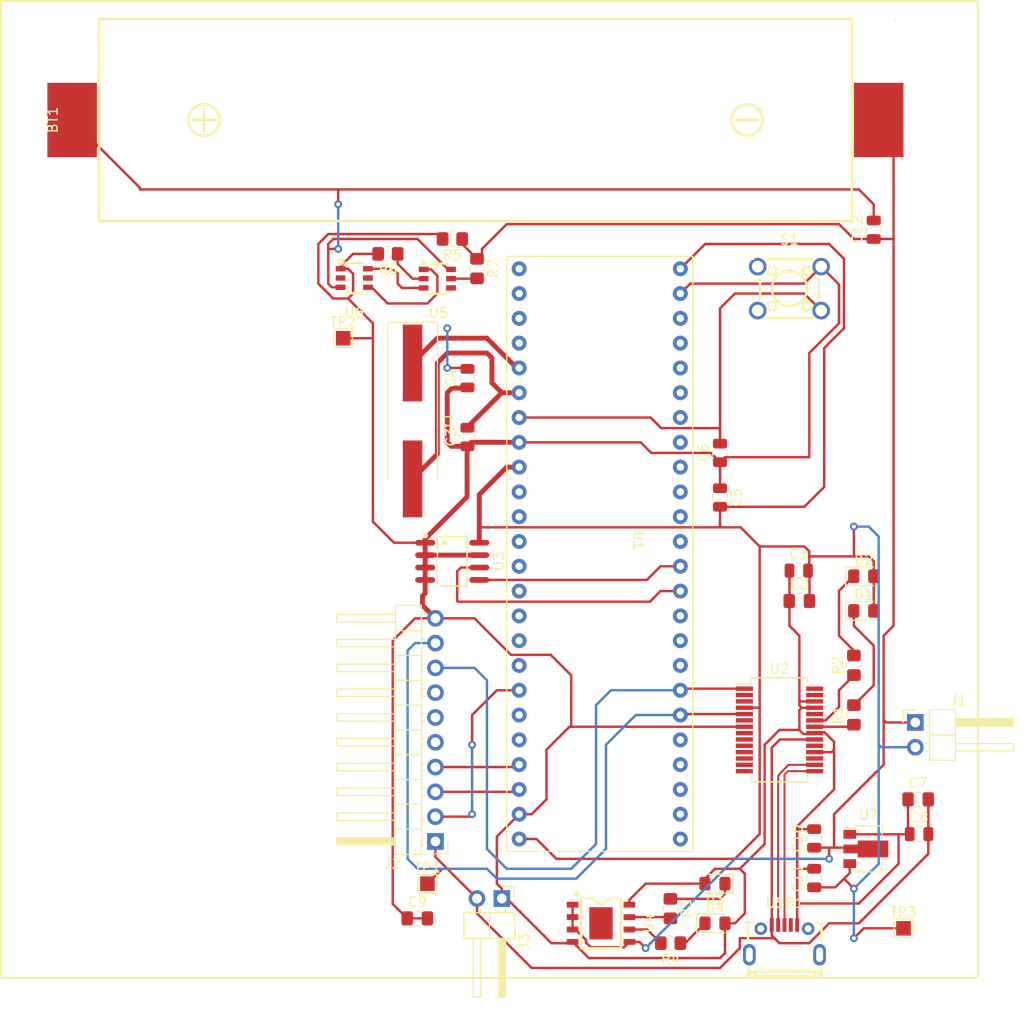
<source format=kicad_pcb>
(kicad_pcb (version 20221018) (generator pcbnew)
  (title_block (title "EEE3088F final project schematic") (rev "1.0") (comment 1 "Added all components from power and microcontroller interface"))
  (layers (0 "F.Cu" signal) (31 "B.Cu" signal) (34 "B.Paste" user) (35 "F.Paste" user) (36 "B.SilkS" user "B.Silkscreen") (37 "F.SilkS" user "F.Silkscreen") (38 "B.Mask" user) (39 "F.Mask" user) (44 "Edge.Cuts" user))
  (net 0 "")
  (net 1 "GND")
  (net 2 "Net-(U1-PF1)")
  (net 3 "Net-(U1-PF0)")
  (net 4 "Net-(U1-NRST)")
  (net 5 "+5V")
  (net 6 "Net-(D1-K)")
  (net 7 "Net-(D2-K)")
  (net 8 "Analog temp sensor")
  (net 9 "Temp_Sensor_SDA")
  (net 10 "Temp_Sensor_SLC")
  (net 13 "/Microcontroller Interface/Plug_Detect")
  (net 14 "/Microcontroller Interface/TX")
  (net 15 "/Microcontroller Interface/RX")
  (net 16 "Net-(U2-CBUS1)")
  (net 17 "Net-(U2-CBUS0)")
  (net 22 "PA0")
  (net 23 "PA1")
  (net 24 "PA2")
  (net 25 "PA3")
  (net 26 "PA4")
  (net 27 "PA5")
  (net 28 "PA6")
  (net 29 "PA7")
  (net 30 "PB1")
  (net 31 "PB2")
  (net 32 "PB12")
  (net 33 "PB13")
  (net 34 "PB14")
  (net 35 "PB15")
  (net 36 "PA8")
  (net 37 "PA11")
  (net 38 "PA12")
  (net 39 "PA13")
  (net 40 "/Microcontroller Interface/Eprom_SLC")
  (net 41 "/Microcontroller Interface/Eprom_SDA")
  (net 42 "PA14")
  (net 43 "PA15")
  (net 44 "PB3")
  (net 45 "PB4")
  (net 46 "PB5")
  (net 47 "PB6")
  (net 48 "PB7")
  (net 50 "PB8")
  (net 51 "PB9")
  (net 61 "/Microcontroller Interface/D+")
  (net 62 "/Microcontroller Interface/D-")
  (net 72 "/Power managment/POS_terminal")
  (net 73 "Net-(BT1--)")
  (net 74 "Net-(D3-K)")
  (net 75 "Net-(D4-K)")
  (net 76 "Net-(U5-CS)")
  (net 77 "Net-(U5-VCC)")
  (net 80 "/Power managment/OD")
  (net 81 "/Power managment/OC")
  (net 85 "Net-(U4-CHRG#)")
  (net 86 "Net-(U4-STDBY#)")
  (net 88 "Vout3")
  (footprint "Package_TO_SOT_SMD:SOT-89-3" (layer "F.Cu") (at 174.244 143.256)
    (fp_text reference "U7")
    (fp_text value "HT75xx-1-SOT89")
  )
  (footprint "Resistor_SMD:R_0805_2012Metric_Pad1.20x1.40mm_HandSolder" (layer "F.Cu") (at 153.94 152.908 180)
    (fp_text reference "R4")
    (fp_text value "1K")
  )
  (footprint "Capacitor_SMD:C_0805_2012Metric" (layer "F.Cu") (at 179.39 141.732)
    (fp_text reference "C8")
    (fp_text value "100nF")
  )
  (footprint "Connector_PinHeader_2.54mm:PinHeader_1x02_P2.54mm_Horizontal" (layer "F.Cu") (at 136.652 148.336 -90)
    (fp_text reference "J3")
    (fp_text value "Conn_01x02_Male")
  )
  (footprint "Capacitor_SMD:C_0805_2012Metric" (layer "F.Cu") (at 168.656 142.174 90)
    (fp_text reference "C10")
    (fp_text value "10uF")
  )
  (footprint "Capacitor_SMD:C_0805_2012Metric" (layer "F.Cu") (at 167.0705 114.746)
    (fp_text reference "C1")
    (fp_text value "10nF")
  )
  (footprint "TestPoint:TestPoint_Pad_1.5x1.5mm" (layer "F.Cu") (at 129.032 146.812)
    (fp_text reference "TP1")
    (fp_text value "TestPoint")
  )
  (footprint "Capacitor_SMD:C_0805_2012Metric_Pad1.18x1.45mm_HandSolder" (layer "F.Cu") (at 167.132 117.856)
    (fp_text reference "C2")
    (fp_text value "1uF")
  )
  (footprint "LED_SMD:LED_0805_2012Metric_Pad1.15x1.40mm_HandSolder" (layer "F.Cu") (at 173.727 118.872)
    (fp_text reference "D1")
    (fp_text value "LED")
  )
  (footprint "STM32:STM32F051C6T6" (layer "F.Cu") (at 144.54 111.84 -90)
    (fp_text reference "U1")
    (fp_text value "STM32F051C6Tx")
  )
  (footprint "Resistor_SMD:R_0805_2012Metric_Pad1.20x1.40mm_HandSolder" (layer "F.Cu") (at 131.588 80.772 180)
    (fp_text reference "R5")
    (fp_text value "1k")
  )
  (footprint "Capacitor_SMD:C_0805_2012Metric" (layer "F.Cu") (at 174.752 79.822 90)
    (fp_text reference "C12")
    (fp_text value "10nF")
  )
  (footprint "STM32:SOT-23" (layer "F.Cu") (at 130.048 84.836 180)
    (fp_text reference "U5")
    (fp_text value "DW01A-G")
  )
  (footprint "footprint:SW-TH_4P-L6.0-W6.0-P4.50-LS6.5" (layer "F.Cu") (at 166.116 85.852)
    (fp_text reference "S1")
    (fp_text value "C13828")
  )
  (footprint "Connector_PinHeader_2.54mm:PinHeader_1x02_P2.54mm_Horizontal" (layer "F.Cu") (at 179.013 130.297)
    (fp_text reference "J1")
    (fp_text value "Conn_01x02_Male")
  )
  (footprint "Capacitor_SMD:C_0805_2012Metric" (layer "F.Cu") (at 159.004 107.254 -90)
    (fp_text reference "C5")
    (fp_text value "100nF")
  )
  (footprint "footprint:SOT-23-6_L2.9-W1.6-P0.95-LS2.8-BR" (layer "F.Cu") (at 121.535949 84.769962 180)
    (fp_text reference "U6")
    (fp_text value "FS8205A_C908265")
  )
  (footprint "LED_SMD:LED_0805_2012Metric_Pad1.15x1.40mm_HandSolder" (layer "F.Cu") (at 158.487 150.876)
    (fp_text reference "D4")
    (fp_text value "GREEN LED")
  )
  (footprint "footprint:MICRO-USB-SMD_MICROXNJ" (layer "F.Cu") (at 165.608 152.573163)
    (fp_text reference "USB1")
    (fp_text value "MICROXNJ")
  )
  (footprint "Capacitor_SMD:C_0805_2012Metric_Pad1.18x1.45mm_HandSolder" (layer "F.Cu") (at 127.9945 150.368)
    (fp_text reference "C9")
    (fp_text value "10uF")
  )
  (footprint "Resistor_SMD:R_0805_2012Metric_Pad1.20x1.40mm_HandSolder" (layer "F.Cu") (at 172.72 124.444 90)
    (fp_text reference "R2")
    (fp_text value "330R")
  )
  (footprint "Capacitor_SMD:C_0805_2012Metric_Pad1.18x1.45mm_HandSolder" (layer "F.Cu") (at 179.3025 138.176)
    (fp_text reference "C7")
    (fp_text value "10uF")
  )
  (footprint "LED_SMD:LED_0805_2012Metric_Pad1.15x1.40mm_HandSolder" (layer "F.Cu") (at 158.487 146.812 180)
    (fp_text reference "D3")
    (fp_text value "RED LED")
  )
  (footprint "Connector_PinHeader_2.54mm:PinHeader_1x10_P2.54mm_Horizontal" (layer "F.Cu") (at 129.851 142.489 180)
    (fp_text reference "J2")
    (fp_text value "Conn_01x10_Pin")
  )
  (footprint "Resistor_SMD:R_0805_2012Metric_Pad1.20x1.40mm_HandSolder" (layer "F.Cu") (at 172.72 129.524 90)
    (fp_text reference "R1")
    (fp_text value "330R")
  )
  (footprint "LED_SMD:LED_0805_2012Metric_Pad1.15x1.40mm_HandSolder" (layer "F.Cu") (at 173.727 115.316)
    (fp_text reference "D2")
    (fp_text value "LED")
  )
  (footprint "Capacitor_SMD:C_0805_2012Metric" (layer "F.Cu") (at 168.656 146.238 90)
    (fp_text reference "C11")
    (fp_text value "10uF")
  )
  (footprint "footprint:SOIC-8_L4.9-W3.9-P1.27-LS6.0-BL" (layer "F.Cu") (at 131.572 113.792 -90)
    (fp_text reference "U3")
    (fp_text value "AT24C256C-SSHL-T")
  )
  (footprint "STM32:BATTERY holder" (layer "F.Cu") (at 133.946817 68.58 90)
    (fp_text reference "BT1")
    (fp_text value "Battery_Cell")
  )
  (footprint "TestPoint:TestPoint_Pad_1.5x1.5mm" (layer "F.Cu") (at 177.8 151.384)
    (fp_text reference "TP3")
    (fp_text value "3.3V")
  )
  (footprint "TestPoint:TestPoint_Pad_1.5x1.5mm" (layer "F.Cu") (at 120.396 90.932)
    (fp_text reference "TP2")
    (fp_text value "TestPoint")
  )
  (footprint "Resistor_SMD:R_0805_2012Metric_Pad1.20x1.40mm_HandSolder" (layer "F.Cu") (at 134.112 83.804 -90)
    (fp_text reference "R7")
    (fp_text value "500")
  )
  (footprint "Capacitor_SMD:C_0805_2012Metric" (layer "F.Cu") (at 133.129 101.059 90)
    (fp_text reference "C3")
    (fp_text value "20pF")
  )
  (footprint "footprint:ESOP-8_L4.9-W3.9-P1.27-LS6.0-BL-EP" (layer "F.Cu") (at 146.812 150.876 -90)
    (fp_text reference "U4")
    (fp_text value "TP4056")
  )
  (footprint "Capacitor_SMD:C_0805_2012Metric" (layer "F.Cu") (at 133.129 95.029 90)
    (fp_text reference "C4")
    (fp_text value "20pF")
  )
  (footprint "Resistor_SMD:R_0805_2012Metric_Pad1.20x1.40mm_HandSolder" (layer "F.Cu") (at 124.984 82.296 180)
    (fp_text reference "R6")
    (fp_text value "1k")
  )
  (footprint "Crystal:Crystal_SMD_HC49-SD_HandSoldering" (layer "F.Cu") (at 127.508 99.4095 -90)
    (fp_text reference "Y1")
    (fp_text value "8MHz")
  )
  (footprint "Resistor_SMD:R_0805_2012Metric_Pad1.20x1.40mm_HandSolder" (layer "F.Cu") (at 153.924 149.368 -90)
    (fp_text reference "R3")
    (fp_text value "1K")
  )
  (footprint "Package_SO:SSOP-28_5.3x10.2mm_P0.65mm" (layer "F.Cu") (at 165.1 131.064)
    (fp_text reference "U2")
    (fp_text value "FT232RL")
  )
  (footprint "Capacitor_SMD:C_0805_2012Metric" (layer "F.Cu") (at 159.004 102.682 90)
    (fp_text reference "C6")
    (fp_text value "100nF")
  )
  (gr_rect (start 85.344 56.388) (end 185.42 156.464) (stroke (width 0.2)) (fill none) (layer "F.SilkS"))
  (segment (start 166.116 120.396) (end 166.116 117.8775) (width 0.25) (layer "F.Cu") (net 1))
  (segment (start 169.7 131.289) (end 168.8 131.289) (width 0.25) (layer "F.Cu") (net 1))
  (segment (start 129.032 113.284) (end 128.926585 113.284) (width 0.5) (layer "F.Cu") (net 1))
  (segment (start 129.851 119.629) (end 133.853 119.629) (width 0.25) (layer "F.Cu") (net 1))
  (segment (start 143.581 130.739) (end 141.224 133.096) (width 0.25) (layer "F.Cu") (net 1))
  (segment (start 161.544 145.796) (end 161.544 149.86) (width 0.25) (layer "F.Cu") (net 1))
  (segment (start 177.292 141.756) (end 177.292 144.78) (width 0.25) (layer "F.Cu") (net 1))
  (segment (start 143.776698 152.908) (end 143.903694 152.781004) (width 0.25) (layer "F.Cu") (net 1))
  (segment (start 131.064 101.6) (end 131.473 102.009) (width 0.5) (layer "F.Cu") (net 1))
  (segment (start 137.597 123.373) (end 141.661 123.373) (width 0.25) (layer "F.Cu") (net 1))
  (segment (start 120.135898 83.82) (end 120.135898 83.572102) (width 0.25) (layer "F.Cu") (net 1))
  (segment (start 121.412 86.36) (end 120.904 86.868) (width 0.25) (layer "F.Cu") (net 1))
  (segment (start 155.956 85.344) (end 167.624 85.344) (width 0.25) (layer "F.Cu") (net 1))
  (segment (start 120.135898 83.572102) (end 121.412 82.296) (width 0.25) (layer "F.Cu") (net 1))
  (segment (start 161.036 145.288) (end 161.544 145.796) (width 0.25) (layer "F.Cu") (net 1))
  (segment (start 130.08 80.264) (end 130.588 80.772) (width 0.25) (layer "F.Cu") (net 1))
  (segment (start 139.7 139.7) (end 138.43 139.7) (width 0.25) (layer "F.Cu") (net 1))
  (segment (start 125.476 148.887) (end 126.957 150.368) (width 0.25) (layer "F.Cu") (net 1))
  (segment (start 145.55469 154.432) (end 159.004 154.432) (width 0.25) (layer "F.Cu") (net 1))
  (segment (start 133.129 102.009) (end 133.538 101.6) (width 0.5) (layer "F.Cu") (net 1))
  (segment (start 173.228 148.844) (end 166.907975 148.844) (width 0.25) (layer "F.Cu") (net 1))
  (segment (start 168.6 131.489) (end 168.7 131.389) (width 0.25) (layer "F.Cu") (net 1))
  (segment (start 168.7 133.339) (end 170.445 133.339) (width 0.25) (layer "F.Cu") (net 1))
  (segment (start 141.224 138.176) (end 139.7 139.7) (width 0.25) (layer "F.Cu") (net 1))
  (segment (start 131.473 102.009) (end 133.129 102.009) (width 0.5) (layer "F.Cu") (net 1))
  (segment (start 117.856 81.28) (end 118.872 80.264) (width 0.25) (layer "F.Cu") (net 1))
  (segment (start 167.557 131.489) (end 168.6 131.489) (width 0.25) (layer "F.Cu") (net 1))
  (segment (start 133.129 95.979) (end 133.063 96.045) (width 0.25) (layer "F.Cu") (net 1))
  (segment (start 166.1205 114.746) (end 166.1205 117.83) (width 0.25) (layer "F.Cu") (net 1))
  (segment (start 163.576 142.748) (end 161.036 145.288) (width 0.25) (layer "F.Cu") (net 1))
  (segment (start 167.255 128.139) (end 168.7 128.139) (width 0.25) (layer "F.Cu") (net 1))
  (segment (start 136.144 146.812) (end 136.652 147.32) (width 0.25) (layer "F.Cu") (net 1))
  (segment (start 167.375 128.789) (end 167.132 128.546) (width 0.25) (layer "F.Cu") (net 1))
  (segment (start 167.132 121.412) (end 166.116 120.396) (width 0.25) (layer "F.Cu") (net 1))
  (segment (start 123.444 90.932) (end 123.444 109.728) (width 0.25) (layer "F.Cu") (net 1))
  (segment (start 177.292 141.756) (end 178.416 141.756) (width 0.25) (layer "F.Cu") (net 1))
  (segment (start 161.5 130.739) (end 143.764 130.739) (width 0.25) (layer "F.Cu") (net 1))
  (segment (start 118.872 80.264) (end 130.08 80.264) (width 0.25) (layer "F.Cu") (net 1))
  (segment (start 128.799584 115.697004) (end 128.799584 114.427001) (width 0.5) (layer "F.Cu") (net 1))
  (segment (start 167.132 128.546) (end 167.132 128.016) (width 0.25) (layer "F.Cu") (net 1))
  (segment (start 159.512 103.124) (end 168.148 103.124) (width 0.25) (layer "F.Cu") (net 1))
  (segment (start 127.767 119.629) (end 125.476 121.92) (width 0.25) (layer "F.Cu") (net 1))
  (segment (start 169.222 138.684) (end 169.164 138.684) (width 0.25) (layer "F.Cu") (net 1))
  (segment (start 136.652 148.336) (end 137.16 148.336) (width 0.25) (layer "F.Cu") (net 1))
  (segment (start 161.036 150.368) (end 160.528 150.876) (width 0.25) (layer "F.Cu") (net 1))
  (segment (start 120.904 86.868) (end 119.38 86.868) (width 0.25) (layer "F.Cu") (net 1))
  (segment (start 163.576 132.588) (end 163.576 142.748) (width 0.25) (layer "F.Cu") (net 1))
  (segment (start 143.764 125.476) (end 143.764 130.739) (width 0.25) (layer "F.Cu") (net 1))
  (segment (start 154.94 86.36) (end 155.956 85.344) (width 0.25) (layer "F.Cu") (net 1))
  (segment (start 128.926585 113.284) (end 128.799584 113.156999) (width 0.5) (layer "F.Cu") (net 1))
  (segment (start 141.661 123.373) (end 143.764 125.476) (width 0.25) (layer "F.Cu") (net 1))
  (segment (start 133.096 107.188) (end 133.096 102.042) (width 0.5) (layer "F.Cu") (net 1))
  (segment (start 167.132 131.064) (end 165.1 131.064) (width 0.25) (layer "F.Cu") (net 1))
  (segment (start 143.903694 152.781004) (end 145.55469 154.432) (width 0.25) (layer "F.Cu") (net 1))
  (segment (start 137.16 148.336) (end 141.732 152.908) (width 0.25) (layer "F.Cu") (net 1))
  (segment (start 133.096 102.042) (end 133.129 102.009) (width 0.5) (layer "F.Cu") (net 1))
  (segment (start 143.764 130.739) (end 143.581 130.739) (width 0.25) (layer "F.Cu") (net 1))
  (segment (start 128.524 118.302) (end 128.524 117.348) (width 0.5) (layer "F.Cu") (net 1))
  (segment (start 171.196 85.432128) (end 169.365936 83.602064) (width 0.25) (layer "F.Cu") (net 1))
  (segment (start 128.799584 114.427001) (end 128.799584 113.156999) (width 0.5) (layer "F.Cu") (net 1))
  (segment (start 120.904 83.82) (end 121.412 84.328) (width 0.25) (layer "F.Cu") (net 1))
  (segment (start 120.396 90.932) (end 123.444 90.932) (width 0.25) (layer "F.Cu") (net 1))
  (segment (start 125.602996 111.886996) (end 128.799584 111.886996) (width 0.25) (layer "F.Cu") (net 1))
  (segment (start 166.907975 141.224) (end 166.907975 140.940025) (width 0.25) (layer "F.Cu") (net 1))
  (segment (start 166.116 117.8775) (end 166.0945 117.856) (width 0.25) (layer "F.Cu") (net 1))
  (segment (start 166.1205 117.83) (end 166.0945 117.856) (width 0.25) (layer "F.Cu") (net 1))
  (segment (start 128.524 117.348) (end 128.799584 117.072416) (width 0.5) (layer "F.Cu") (net 1))
  (segment (start 170.688 137.16) (end 170.688 133.096) (width 0.25) (layer "F.Cu") (net 1))
  (segment (start 123.444 109.728) (end 125.602996 111.886996) (width 0.25) (layer "F.Cu") (net 1))
  (segment (start 138.43 101.6) (end 150.876 101.6) (width 0.25) (layer "F.Cu") (net 1))
  (segment (start 151.963 102.687) (end 158.059 102.687) (width 0.25) (layer "F.Cu") (net 1))
  (segment (start 128.799584 117.072416) (end 128.799584 115.697004) (width 0.5) (layer "F.Cu") (net 1))
  (segment (start 168.148 103.124) (end 168.148 92.456) (width 0.25) (layer "F.Cu") (net 1))
  (segment (start 170.445 133.339) (end 170.688 133.096) (width 0.25) (layer "F.Cu") (net 1))
  (segment (start 165.1 131.064) (end 163.576 132.588) (width 0.25) (layer "F.Cu") (net 1))
  (segment (start 172.294 141.756) (end 177.292 141.756) (width 0.25) (layer "F.Cu") (net 1))
  (segment (start 133.853 119.629) (end 137.597 123.373) (width 0.25) (layer "F.Cu") (net 1))
  (segment (start 129.851 119.629) (end 128.524 118.302) (width 0.5) (layer "F.Cu") (net 1))
  (segment (start 125.476 121.92) (end 125.476 148.887) (width 0.25) (layer "F.Cu") (net 1))
  (segment (start 131.539 96.045) (end 131.064 96.52) (width 0.5) (layer "F.Cu") (net 1))
  (segment (start 167.132 129.032) (end 167.132 131.064) (width 0.25) (layer "F.Cu") (net 1))
  (segment (start 168.656 141.224) (end 166.907975 141.224) (width 0.25) (layer "F.Cu") (net 1))
  (segment (start 128.799584 111.484416) (end 133.096 107.188) (width 0.5) (layer "F.Cu") (net 1))
  (segment (start 178.265 138.176) (end 178.265 141.557) (width 0.25) (layer "F.Cu") (net 1))
  (segment (start 121.412 82.296) (end 123.984 82.296) (width 0.25) (layer "F.Cu") (net 1))
  (segment (start 167.132 128.016) (end 167.132 121.412) (width 0.25) (layer "F.Cu") (net 1))
  (segment (start 149.720306 148.475694) (end 151.384 146.812) (width 0.25) (layer "F.Cu") (net 1))
  (segment (start 169.164 138.684) (end 170.688 137.16) (width 0.25) (layer "F.Cu") (net 1))
  (segment (start 117.856 85.344) (end 117.856 81.28) (width 0.25) (layer "F.Cu") (net 1))
  (segment (start 167.624 85.344) (end 169.365936 83.602064) (width 0.25) (layer "F.Cu") (net 1))
  (segment (start 168.8 131.289) (end 168.7 131.389) (width 0.25) (layer "F.Cu") (net 1))
  (segment (start 149.720306 148.970996) (end 149.720306 148.475694) (width 0.25) (layer "F.Cu") (net 1))
  (segment (start 151.384 146.812) (end 157.462 146.812) (width 0.25) (layer "F.Cu") (net 1))
  (segment (start 126.957 150.368) (end 129.032 150.368) (width 0.25) (layer "F.Cu") (net 1))
  (segment (start 129.159001 113.156999) (end 129.032 113.284) (width 0.5) (layer "F.Cu") (net 1))
  (segment (start 160.528 150.876) (end 159.512 150.876) (width 0.25) (layer "F.Cu") (net 1))
  (segment (start 166.907975 148.844) (end 166.907975 145.288) (width 0.25) (layer "F.Cu") (net 1))
  (segment (start 170.688 132.277) (end 169.7 131.289) (width 0.25) (layer "F.Cu") (net 1))
  (segment (start 178.265 141.557) (end 178.44 141.732) (width 0.25) (layer "F.Cu") (net 1))
  (segment (start 168.7 128.789) (end 167.375 128.789) (width 0.25) (layer "F.Cu") (net 1))
  (segment (start 121.412 84.328) (end 121.412 86.36) (width 0.25) (layer "F.Cu") (net 1))
  (segment (start 178.416 141.756) (end 178.44 141.732) (width 0.25) (layer "F.Cu") (net 1))
  (segment (start 136.144 141.986) (end 136.144 146.812) (width 0.25) (layer "F.Cu") (net 1))
  (segment (start 157.462 146.322) (end 158.496 145.288) (width 0.25) (layer "F.Cu") (net 1))
  (segment (start 141.732 152.908) (end 143.776698 152.908) (width 0.25) (layer "F.Cu") (net 1))
  (segment (start 119.38 86.868) (end 117.856 85.344) (width 0.25) (layer "F.Cu") (net 1))
  (segment (start 131.064 96.52) (end 131.064 101.6) (width 0.5) (layer "F.Cu") (net 1))
  (segment (start 159.004 103.632) (end 159.512 103.124) (width 0.25) (layer "F.Cu") (net 1))
  (segment (start 170.688 133.096) (end 170.688 132.277) (width 0.25) (layer "F.Cu") (net 1))
  (segment (start 166.907975 151.051827) (end 166.907975 148.844) (width 0.25) (layer "F.Cu") (net 1))
  (segment (start 167.132 128.016) (end 167.255 128.139) (width 0.25) (layer "F.Cu") (net 1))
  (segment (start 166.907975 140.940025) (end 169.164 138.684) (width 0.25) (layer "F.Cu") (net 1))
  (segment (start 168.148 92.456) (end 171.196 89.408) (width 0.25) (layer "F.Cu") (net 1))
  (segment (start 150.876 101.6) (end 151.963 102.687) (width 0.25) (layer "F.Cu") (net 1))
  (segment (start 161.544 149.86) (end 161.036 150.368) (width 0.25) (layer "F.Cu") (net 1))
  (segment (start 141.224 133.096) (end 141.224 138.176) (width 0.25) (layer "F.Cu") (net 1))
  (segment (start 120.904 86.868) (end 123.444 89.408) (width 0.25) (layer "F.Cu") (net 1))
  (segment (start 171.196 89.408) (end 171.196 85.432128) (width 0.25) (layer "F.Cu") (net 1))
  (segment (start 158.059 102.687) (end 159.004 103.632) (width 0.25) (layer "F.Cu") (net 1))
  (segment (start 138.43 139.7) (end 136.144 141.986) (width 0.25) (layer "F.Cu") (net 1))
  (segment (start 168.656 145.288) (end 166.907975 145.288) (width 0.25) (layer "F.Cu") (net 1))
  (segment (start 128.799584 111.886996) (end 128.799584 111.484416) (width 0.5) (layer "F.Cu") (net 1))
  (segment (start 177.292 144.78) (end 173.228 148.844) (width 0.25) (layer "F.Cu") (net 1))
  (segment (start 159.004 106.304) (end 159.004 103.632) (width 0.25) (layer "F.Cu") (net 1))
  (segment (start 167.375 128.789) (end 167.132 129.032) (width 0.25) (layer "F.Cu") (net 1))
  (segment (start 166.907975 145.288) (end 166.907975 141.224) (width 0.25) (layer "F.Cu") (net 1))
  (segment (start 158.496 145.288) (end 161.036 145.288) (width 0.25) (layer "F.Cu") (net 1))
  (segment (start 134.344416 113.156999) (end 129.159001 113.156999) (width 0.5) (layer "F.Cu") (net 1))
  (segment (start 129.851 119.629) (end 127.767 119.629) (width 0.25) (layer "F.Cu") (net 1))
  (segment (start 159.512 153.924) (end 159.512 150.876) (width 0.25) (layer "F.Cu") (net 1))
  (segment (start 159.004 154.432) (end 159.512 153.924) (width 0.25) (layer "F.Cu") (net 1))
  (segment (start 133.538 101.6) (end 138.43 101.6) (width 0.5) (layer "F.Cu") (net 1))
  (segment (start 133.063 96.045) (end 131.539 96.045) (width 0.5) (layer "F.Cu") (net 1))
  (segment (start 157.462 146.812) (end 157.462 146.322) (width 0.25) (layer "F.Cu") (net 1))
  (segment (start 167.132 131.064) (end 167.557 131.489) (width 0.25) (layer "F.Cu") (net 1))
  (segment (start 123.444 89.408) (end 123.444 90.932) (width 0.25) (layer "F.Cu") (net 1))
  (segment (start 136.652 147.32) (end 136.652 148.336) (width 0.25) (layer "F.Cu") (net 1))
  (segment (start 120.135898 83.82) (end 120.904 83.82) (width 0.25) (layer "F.Cu") (net 1))
  (segment (start 128.799584 113.156999) (end 128.799584 111.886996) (width 0.5) (layer "F.Cu") (net 1))
  (segment (start 130.048 93.472) (end 130.048 102.807) (width 0.5) (layer "F.Cu") (net 2))
  (segment (start 133.129 100.043) (end 136.652 96.52) (width 0.5) (layer "F.Cu") (net 2))
  (segment (start 135.636 95.504) (end 135.636 92.964) (width 0.5) (layer "F.Cu") (net 2))
  (segment (start 130.048 102.807) (end 127.508 105.347) (width 0.5) (layer "F.Cu") (net 2))
  (segment (start 136.652 96.52) (end 138.43 96.52) (width 0.5) (layer "F.Cu") (net 2))
  (segment (start 135.636 92.964) (end 135.128 92.456) (width 0.5) (layer "F.Cu") (net 2))
  (segment (start 135.128 92.456) (end 131.064 92.456) (width 0.5) (layer "F.Cu") (net 2))
  (segment (start 131.064 92.456) (end 130.048 93.472) (width 0.5) (layer "F.Cu") (net 2))
  (segment (start 136.652 96.52) (end 135.636 95.504) (width 0.5) (layer "F.Cu") (net 2))
  (segment (start 133.129 100.109) (end 133.129 100.043) (width 0.5) (layer "F.Cu") (net 2))
  (segment (start 131.064 89.916) (end 131.064 90.932) (width 0.25) (layer "F.Cu") (net 3))
  (segment (start 138.176 93.98) (end 138.43 93.98) (width 0.5) (layer "F.Cu") (net 3))
  (segment (start 131.064 90.932) (end 135.128 90.932) (width 0.5) (layer "F.Cu") (net 3))
  (segment (start 130.048 90.932) (end 131.064 90.932) (width 0.5) (layer "F.Cu") (net 3))
  (segment (start 135.128 90.932) (end 138.176 93.98) (width 0.5) (layer "F.Cu") (net 3))
  (segment (start 127.508 93.472) (end 130.048 90.932) (width 0.5) (layer "F.Cu") (net 3))
  (segment (start 133.03 93.98) (end 133.129 94.079) (width 0.25) (layer "F.Cu") (net 3))
  (segment (start 131.064 93.98) (end 133.03 93.98) (width 0.25) (layer "F.Cu") (net 3))
  (via (at 131.064 93.98) (size 0.8) (drill 0.4) (layers "F.Cu" "B.Cu") (net 3))
  (via (at 131.064 89.916) (size 0.8) (drill 0.4) (layers "F.Cu" "B.Cu") (net 3))
  (segment (start 131.064 89.916) (end 131.064 93.98) (width 0.25) (layer "B.Cu") (net 3))
  (segment (start 160.528 86.36) (end 159.004 87.884) (width 0.25) (layer "F.Cu") (net 4))
  (segment (start 167.624 86.36) (end 160.528 86.36) (width 0.25) (layer "F.Cu") (net 4))
  (segment (start 138.43 99.06) (end 151.892 99.06) (width 0.25) (layer "F.Cu") (net 4))
  (segment (start 152.979 100.147) (end 158.933 100.147) (width 0.25) (layer "F.Cu") (net 4))
  (segment (start 159.004 87.884) (end 159.004 101.732) (width 0.25) (layer "F.Cu") (net 4))
  (segment (start 159.004 100.076) (end 159.004 100.584) (width 0.25) (layer "F.Cu") (net 4))
  (segment (start 151.892 99.06) (end 152.979 100.147) (width 0.25) (layer "F.Cu") (net 4))
  (segment (start 169.365936 88.101936) (end 167.624 86.36) (width 0.25) (layer "F.Cu") (net 4))
  (segment (start 158.933 100.147) (end 159.004 100.076) (width 0.25) (layer "F.Cu") (net 4))
  (segment (start 129.032 146.812) (end 130.556 145.288) (width 0.25) (layer "F.Cu") (net 5))
  (segment (start 161.036 152.4) (end 161.036 153.416) (width 0.25) (layer "F.Cu") (net 5))
  (segment (start 168.148 152.908) (end 170.18 150.876) (width 0.25) (layer "F.Cu") (net 5))
  (segment (start 170.18 150.876) (end 173.228 150.876) (width 0.25) (layer "F.Cu") (net 5))
  (segment (start 164.592 152.4) (end 161.036 152.4) (width 0.25) (layer "F.Cu") (net 5))
  (segment (start 164.308025 132.871975) (end 164.308025 151.051827) (width 0.25) (layer "F.Cu") (net 5))
  (segment (start 164.846 152.654) (end 164.592 152.4) (width 0.25) (layer "F.Cu") (net 5))
  (segment (start 165.141 132.039) (end 164.308025 132.871975) (width 0.25) (layer "F.Cu") (net 5))
  (segment (start 165.1 152.908) (end 168.148 152.908) (width 0.25) (layer "F.Cu") (net 5))
  (segment (start 164.846 152.654) (end 165.1 152.908) (width 0.25) (layer "F.Cu") (net 5))
  (segment (start 129.851 144.075) (end 131.064 145.288) (width 0.25) (layer "F.Cu") (net 5))
  (segment (start 129.851 142.489) (end 129.851 144.075) (width 0.25) (layer "F.Cu") (net 5))
  (segment (start 130.556 145.288) (end 131.064 145.288) (width 0.25) (layer "F.Cu") (net 5))
  (segment (start 159.004 155.448) (end 139.7 155.448) (width 0.25) (layer "F.Cu") (net 5))
  (segment (start 168.7 132.039) (end 165.141 132.039) (width 0.25) (layer "F.Cu") (net 5))
  (segment (start 173.228 150.876) (end 180.34 143.764) (width 0.25) (layer "F.Cu") (net 5))
  (segment (start 139.7 155.448) (end 134.112 149.86) (width 0.25) (layer "F.Cu") (net 5))
  (segment (start 134.112 149.86) (end 134.112 148.336) (width 0.25) (layer "F.Cu") (net 5))
  (segment (start 164.308025 151.051827) (end 164.308025 152.116025) (width 0.25) (layer "F.Cu") (net 5))
  (segment (start 161.036 153.416) (end 159.004 155.448) (width 0.25) (layer "F.Cu") (net 5))
  (segment (start 131.064 145.288) (end 134.112 148.336) (width 0.25) (layer "F.Cu") (net 5))
  (segment (start 164.308025 152.116025) (end 164.846 152.654) (width 0.25) (layer "F.Cu") (net 5))
  (segment (start 180.34 143.764) (end 180.34 141.732) (width 0.25) (layer "F.Cu") (net 5))
  (segment (start 180.34 141.732) (end 180.34 138.176) (width 0.25) (layer "F.Cu") (net 5))
  (segment (start 172.72 120.396) (end 172.72 118.89) (width 0.25) (layer "F.Cu") (net 6))
  (segment (start 172.72 128.524) (end 174.752 126.492) (width 0.25) (layer "F.Cu") (net 6))
  (segment (start 174.752 126.492) (end 174.752 122.428) (width 0.25) (layer "F.Cu") (net 6))
  (segment (start 172.72 118.89) (end 172.702 118.872) (width 0.25) (layer "F.Cu") (net 6))
  (segment (start 174.752 122.428) (end 172.72 120.396) (width 0.25) (layer "F.Cu") (net 6))
  (segment (start 171.196 116.822) (end 172.702 115.316) (width 0.25) (layer "F.Cu") (net 7))
  (segment (start 172.72 123.444) (end 172.72 122.936) (width 0.25) (layer "F.Cu") (net 7))
  (segment (start 171.196 121.412) (end 171.196 116.822) (width 0.25) (layer "F.Cu") (net 7))
  (segment (start 172.72 122.936) (end 171.196 121.412) (width 0.25) (layer "F.Cu") (net 7))
  (segment (start 133.355 139.949) (end 133.604 139.7) (width 0.25) (layer "F.Cu") (net 8))
  (segment (start 133.604 132.588) (end 133.604 129.54) (width 0.25) (layer "F.Cu") (net 8))
  (segment (start 133.604 129.54) (end 136.144 127) (width 0.25) (layer "F.Cu") (net 8))
  (segment (start 136.144 127) (end 138.43 127) (width 0.25) (layer "F.Cu") (net 8))
  (segment (start 129.851 139.949) (end 133.355 139.949) (width 0.25) (layer "F.Cu") (net 8))
  (via (at 133.604 132.588) (size 0.8) (drill 0.4) (layers "F.Cu" "B.Cu") (net 8))
  (via (at 133.604 139.7) (size 0.8) (drill 0.4) (layers "F.Cu" "B.Cu") (net 8))
  (segment (start 133.604 139.7) (end 133.604 132.588) (width 0.25) (layer "B.Cu") (net 8))
  (segment (start 129.851 137.409) (end 138.181 137.409) (width 0.25) (layer "F.Cu") (net 9))
  (segment (start 138.181 137.409) (end 138.43 137.16) (width 0.25) (layer "F.Cu") (net 9))
  (segment (start 129.851 134.869) (end 138.181 134.869) (width 0.25) (layer "F.Cu") (net 10))
  (segment (start 138.181 134.869) (end 138.43 134.62) (width 0.25) (layer "F.Cu") (net 10))
  (segment (start 155.101 126.839) (end 154.94 127) (width 0.25) (layer "F.Cu") (net 14))
  (segment (start 161.5 126.839) (end 155.101 126.839) (width 0.25) (layer "F.Cu") (net 14))
  (segment (start 147.828 127) (end 154.94 127) (width 0.25) (layer "B.Cu") (net 14))
  (segment (start 129.851 124.709) (end 133.853 124.709) (width 0.25) (layer "B.Cu") (net 14))
  (segment (start 135.128 125.984) (end 135.128 143.256) (width 0.25) (layer "B.Cu") (net 14))
  (segment (start 133.853 124.709) (end 135.128 125.984) (width 0.25) (layer "B.Cu") (net 14))
  (segment (start 146.304 128.524) (end 147.828 127) (width 0.25) (layer "B.Cu") (net 14))
  (segment (start 146.304 142.748) (end 146.304 128.524) (width 0.25) (layer "B.Cu") (net 14))
  (segment (start 135.128 143.256) (end 137.16 145.288) (width 0.25) (layer "B.Cu") (net 14))
  (segment (start 137.16 145.288) (end 143.764 145.288) (width 0.25) (layer "B.Cu") (net 14))
  (segment (start 143.764 145.288) (end 146.304 142.748) (width 0.25) (layer "B.Cu") (net 14))
  (segment (start 154.94 129.54) (end 155.041 129.439) (width 0.25) (layer "F.Cu") (net 15))
  (segment (start 155.041 129.439) (end 161.5 129.439) (width 0.25) (layer "F.Cu") (net 15))
  (segment (start 150.368 129.54) (end 154.94 129.54) (width 0.25) (layer "B.Cu") (net 15))
  (segment (start 136.144 146.304) (end 144.272 146.304) (width 0.25) (layer "B.Cu") (net 15))
  (segment (start 127 122.936) (end 127 144.272) (width 0.25) (layer "B.Cu") (net 15))
  (segment (start 129.851 122.169) (end 127.767 122.169) (width 0.25) (layer "B.Cu") (net 15))
  (segment (start 128.016 145.288) (end 135.128 145.288) (width 0.25) (layer "B.Cu") (net 15))
  (segment (start 147.32 132.588) (end 150.368 129.54) (width 0.25) (layer "B.Cu") (net 15))
  (segment (start 135.128 145.288) (end 136.144 146.304) (width 0.25) (layer "B.Cu") (net 15))
  (segment (start 127.767 122.169) (end 127 122.936) (width 0.25) (layer "B.Cu") (net 15))
  (segment (start 144.272 146.304) (end 147.32 143.256) (width 0.25) (layer "B.Cu") (net 15))
  (segment (start 147.32 143.256) (end 147.32 132.588) (width 0.25) (layer "B.Cu") (net 15))
  (segment (start 127 144.272) (end 128.016 145.288) (width 0.25) (layer "B.Cu") (net 15))
  (segment (start 172.505 130.739) (end 172.72 130.524) (width 0.25) (layer "F.Cu") (net 16))
  (segment (start 168.7 130.739) (end 172.505 130.739) (width 0.25) (layer "F.Cu") (net 16))
  (segment (start 171.196 127) (end 172.72 125.476) (width 0.25) (layer "F.Cu") (net 17))
  (segment (start 168.7 130.089) (end 169.825 130.089) (width 0.25) (layer "F.Cu") (net 17))
  (segment (start 169.825 130.089) (end 171.196 128.718) (width 0.25) (layer "F.Cu") (net 17))
  (segment (start 171.196 128.718) (end 171.196 127) (width 0.25) (layer "F.Cu") (net 17))
  (segment (start 172.72 125.476) (end 172.72 125.444) (width 0.25) (layer "F.Cu") (net 17))
  (segment (start 152.908 116.84) (end 154.94 116.84) (width 0.25) (layer "F.Cu") (net 40))
  (segment (start 132.151 117.927) (end 151.821 117.927) (width 0.25) (layer "F.Cu") (net 40))
  (segment (start 134.344416 114.427001) (end 132.460999 114.427001) (width 0.25) (layer "F.Cu") (net 40))
  (segment (start 151.821 117.927) (end 152.908 116.84) (width 0.25) (layer "F.Cu") (net 40))
  (segment (start 132.08 114.808) (end 132.08 117.856) (width 0.25) (layer "F.Cu") (net 40))
  (segment (start 132.460999 114.427001) (end 132.08 114.808) (width 0.25) (layer "F.Cu") (net 40))
  (segment (start 132.08 117.856) (end 132.151 117.927) (width 0.25) (layer "F.Cu") (net 40))
  (segment (start 134.344416 115.697004) (end 151.510996 115.697004) (width 0.25) (layer "F.Cu") (net 41))
  (segment (start 151.510996 115.697004) (end 152.908 114.3) (width 0.25) (layer "F.Cu") (net 41))
  (segment (start 152.908 114.3) (end 154.94 114.3) (width 0.25) (layer "F.Cu") (net 41))
  (segment (start 165.608 135.636) (end 165.608 151.051827) (width 0.2) (layer "F.Cu") (net 61))
  (segment (start 168.7 135.289) (end 165.955 135.289) (width 0.2) (layer "F.Cu") (net 61))
  (segment (start 165.955 135.289) (end 165.608 135.636) (width 0.2) (layer "F.Cu") (net 61))
  (segment (start 164.958013 135.777987) (end 164.958013 151.051827) (width 0.2) (layer "F.Cu") (net 62))
  (segment (start 165.1 135.578314) (end 165.1 135.636) (width 0.2) (layer "F.Cu") (net 62))
  (segment (start 168.7 134.639) (end 166.039314 134.639) (width 0.2) (layer "F.Cu") (net 62))
  (segment (start 166.039314 134.639) (end 165.1 135.578314) (width 0.2) (layer "F.Cu") (net 62))
  (segment (start 165.1 135.636) (end 164.958013 135.777987) (width 0.2) (layer "F.Cu") (net 62))
  (segment (start 145.767004 153.331004) (end 149.170306 153.331004) (width 0.25) (layer "F.Cu") (net 72))
  (segment (start 134.112 82.804) (end 132.588 81.28) (width 0.25) (layer "F.Cu") (net 72))
  (segment (start 172.72 80.772) (end 174.752 80.772) (width 0.25) (layer "F.Cu") (net 72))
  (segment (start 176.784 70.104) (end 175.26 68.58) (width 0.25) (layer "F.Cu") (net 72))
  (segment (start 179.013 130.297) (end 176.017 130.297) (width 0.25) (layer "F.Cu") (net 72))
  (segment (start 170.18 144.272) (end 170.18 143.124) (width 0.25) (layer "F.Cu") (net 72))
  (segment (start 175.768 130.048) (end 175.768 121.412) (width 0.25) (layer "F.Cu") (net 72))
  (segment (start 143.903694 151.511001) (end 143.903694 150.240999) (width 0.25) (layer "F.Cu") (net 72))
  (segment (start 174.752 80.772) (end 176.784 80.772) (width 0.25) (layer "F.Cu") (net 72))
  (segment (start 172.2495 143.124) (end 172.3815 143.256) (width 0.25) (layer "F.Cu") (net 72))
  (segment (start 170.18 143.124) (end 170.688 143.124) (width 0.25) (layer "F.Cu") (net 72))
  (segment (start 144.203694 151.511001) (end 145.287 152.594307) (width 0.25) (layer "F.Cu") (net 72))
  (segment (start 170.688 143.124) (end 172.2495 143.124) (width 0.25) (layer "F.Cu") (net 72))
  (segment (start 143.903694 151.511001) (end 144.203694 151.511001) (width 0.25) (layer "F.Cu") (net 72))
  (segment (start 171.196 79.248) (end 172.72 80.772) (width 0.25) (layer "F.Cu") (net 72))
  (segment (start 145.287 152.851) (end 145.767004 153.331004) (width 0.25) (layer "F.Cu") (net 72))
  (segment (start 168.656 143.124) (end 170.18 143.124) (width 0.25) (layer "F.Cu") (net 72))
  (segment (start 176.784 80.772) (end 176.784 70.104) (width 0.25) (layer "F.Cu") (net 72))
  (segment (start 134.112 82.804) (end 134.62 82.296) (width 0.25) (layer "F.Cu") (net 72))
  (segment (start 170.688 139.7) (end 175.768 134.62) (width 0.25) (layer "F.Cu") (net 72))
  (segment (start 137.16 79.248) (end 171.196 79.248) (width 0.25) (layer "F.Cu") (net 72))
  (segment (start 176.017 130.297) (end 175.768 130.048) (width 0.25) (layer "F.Cu") (net 72))
  (segment (start 145.287 152.594307) (end 145.287 152.851) (width 0.25) (layer "F.Cu") (net 72))
  (segment (start 134.62 81.788) (end 137.16 79.248) (width 0.25) (layer "F.Cu") (net 72))
  (segment (start 150.749004 152.781004) (end 151.384 153.416) (width 0.25) (layer "F.Cu") (net 72))
  (segment (start 134.62 82.296) (end 134.62 81.788) (width 0.25) (layer "F.Cu") (net 72))
  (segment (start 143.903694 150.240999) (end 143.903694 148.970996) (width 0.25) (layer "F.Cu") (net 72))
  (segment (start 132.588 81.28) (end 132.588 80.772) (width 0.25) (layer "F.Cu") (net 72))
  (segment (start 176.784 120.396) (end 176.784 80.772) (width 0.25) (layer "F.Cu") (net 72))
  (segment (start 149.170306 153.331004) (end 149.720306 152.781004) (width 0.25) (layer "F.Cu") (net 72))
  (segment (start 175.768 121.412) (end 176.784 120.396) (width 0.25) (layer "F.Cu") (net 72))
  (segment (start 170.688 143.124) (end 170.688 139.7) (width 0.25) (layer "F.Cu") (net 72))
  (segment (start 175.768 134.62) (end 175.768 130.048) (width 0.25) (layer "F.Cu") (net 72))
  (segment (start 149.720306 152.781004) (end 150.749004 152.781004) (width 0.25) (layer "F.Cu") (net 72))
  (via (at 170.18 144.272) (size 0.8) (drill 0.4) (layers "F.Cu" "B.Cu") (net 72))
  (via (at 151.384 153.416) (size 0.8) (drill 0.4) (layers "F.Cu" "B.Cu") (net 72))
  (segment (start 160.528 144.272) (end 170.18 144.272) (width 0.25) (layer "B.Cu") (net 72))
  (segment (start 151.384 153.416) (end 160.528 144.272) (width 0.25) (layer "B.Cu") (net 72))
  (segment (start 99.568 75.514366) (end 99.568 75.692) (width 0.25) (layer "F.Cu") (net 73))
  (segment (start 118.872 81.28) (end 118.872 85.344) (width 0.25) (layer "F.Cu") (net 73))
  (segment (start 118.872 85.344) (end 119.247924 85.719924) (width 0.25) (layer "F.Cu") (net 73))
  (segment (start 173.228 75.692) (end 174.752 77.216) (width 0.25) (layer "F.Cu") (net 73))
  (segment (start 174.752 77.216) (end 174.752 78.872) (width 0.25) (layer "F.Cu") (net 73))
  (segment (start 119.888 77.216) (end 119.888 75.692) (width 0.25) (layer "F.Cu") (net 73))
  (segment (start 131.130038 83.886038) (end 128.016 80.772) (width 0.25) (layer "F.Cu") (net 73))
  (segment (start 128.016 80.772) (end 119.38 80.772) (width 0.25) (layer "F.Cu") (net 73))
  (segment (start 119.888 75.692) (end 173.228 75.692) (width 0.25) (layer "F.Cu") (net 73))
  (segment (start 119.247924 85.719924) (end 120.135898 85.719924) (width 0.25) (layer "F.Cu") (net 73))
  (segment (start 131.448051 83.886038) (end 131.130038 83.886038) (width 0.25) (layer "F.Cu") (net 73))
  (segment (start 119.38 80.772) (end 118.872 81.28) (width 0.25) (layer "F.Cu") (net 73))
  (segment (start 92.633634 68.58) (end 99.568 75.514366) (width 0.25) (layer "F.Cu") (net 73))
  (segment (start 99.568 75.692) (end 119.888 75.692) (width 0.25) (layer "F.Cu") (net 73))
  (segment (start 119.888 81.788) (end 118.872 81.788) (width 0.25) (layer "F.Cu") (net 73))
  (via (at 119.888 77.216) (size 0.8) (drill 0.4) (layers "F.Cu" "B.Cu") (net 73))
  (via (at 119.888 81.788) (size 0.8) (drill 0.4) (layers "F.Cu" "B.Cu") (net 73))
  (segment (start 119.888 77.216) (end 119.888 81.788) (width 0.25) (layer "B.Cu") (net 73))
  (segment (start 158.972 148.368) (end 159.512 147.828) (width 0.25) (layer "F.Cu") (net 74))
  (segment (start 153.924 148.368) (end 158.972 148.368) (width 0.25) (layer "F.Cu") (net 74))
  (segment (start 159.512 147.828) (end 159.512 146.812) (width 0.25) (layer "F.Cu") (net 74))
  (segment (start 155.43 152.908) (end 157.462 150.876) (width 0.25) (layer "F.Cu") (net 75))
  (segment (start 154.94 152.908) (end 155.43 152.908) (width 0.25) (layer "F.Cu") (net 75))
  (segment (start 125.984 83.312) (end 125.984 82.296) (width 0.25) (layer "F.Cu") (net 76))
  (segment (start 127.508 84.836) (end 125.984 83.312) (width 0.25) (layer "F.Cu") (net 76))
  (segment (start 128.647949 84.836) (end 127.508 84.836) (width 0.25) (layer "F.Cu") (net 76))
  (segment (start 131.448051 84.836) (end 134.08 84.836) (width 0.25) (layer "F.Cu") (net 77))
  (segment (start 134.08 84.836) (end 134.112 84.804) (width 0.25) (layer "F.Cu") (net 77))
  (segment (start 130.048 86.36) (end 130.048 84.536089) (width 0.25) (layer "F.Cu") (net 80))
  (segment (start 129.032 87.376) (end 130.048 86.36) (width 0.25) (layer "F.Cu") (net 80))
  (segment (start 123.311924 85.719924) (end 124.968 87.376) (width 0.25) (layer "F.Cu") (net 80))
  (segment (start 124.968 87.376) (end 129.032 87.376) (width 0.25) (layer "F.Cu") (net 80))
  (segment (start 130.048 84.536089) (end 129.397949 83.886038) (width 0.25) (layer "F.Cu") (net 80))
  (segment (start 122.936 85.719924) (end 123.311924 85.719924) (width 0.25) (layer "F.Cu") (net 80))
  (segment (start 129.397949 83.886038) (end 128.647949 83.886038) (width 0.25) (layer "F.Cu") (net 80))
  (segment (start 126.425962 85.785962) (end 128.647949 85.785962) (width 0.25) (layer "F.Cu") (net 81))
  (segment (start 122.936 83.82) (end 125.476 83.82) (width 0.25) (layer "F.Cu") (net 81))
  (segment (start 125.984 84.328) (end 125.984 85.344) (width 0.25) (layer "F.Cu") (net 81))
  (segment (start 125.984 85.344) (end 126.425962 85.785962) (width 0.25) (layer "F.Cu") (net 81))
  (segment (start 125.476 83.82) (end 125.984 84.328) (width 0.25) (layer "F.Cu") (net 81))
  (segment (start 149.720306 150.240999) (end 153.796999 150.240999) (width 0.25) (layer "F.Cu") (net 85))
  (segment (start 153.796999 150.240999) (end 153.924 150.368) (width 0.25) (layer "F.Cu") (net 85))
  (segment (start 149.720306 151.511001) (end 151.543001 151.511001) (width 0.25) (layer "F.Cu") (net 86))
  (segment (start 151.543001 151.511001) (end 152.94 152.908) (width 0.25) (layer "F.Cu") (net 86))
  (segment (start 160.528 144.272) (end 142.24 144.272) (width 0.25) (layer "F.Cu") (net 88))
  (segment (start 172.294 145.714) (end 172.294 144.756) (width 0.25) (layer "F.Cu") (net 88))
  (segment (start 174.752 115.316) (end 174.752 113.792) (width 0.25) (layer "F.Cu") (net 88))
  (segment (start 163.068 112.268) (end 163.068 128.789) (width 0.25) (layer "F.Cu") (net 88))
  (segment (start 159.004 110.307) (end 161.107 110.307) (width 0.25) (layer "F.Cu") (net 88))
  (segment (start 157.48 81.28) (end 154.94 83.82) (width 0.25) (layer "F.Cu") (net 88))
  (segment (start 142.24 144.272) (end 140.208 142.24) (width 0.25) (layer "F.Cu") (net 88))
  (segment (start 174.244 113.284) (end 168.148 113.284) (width 0.25) (layer "F.Cu") (net 88))
  (segment (start 174.752 113.792) (end 174.244 113.284) (width 0.25) (layer "F.Cu") (net 88))
  (segment (start 167.64 112.268) (end 168.148 112.776) (width 0.25) (layer "F.Cu") (net 88))
  (segment (start 137.16 104.14) (end 134.344416 106.955584) (width 0.5) (layer "F.Cu") (net 88))
  (segment (start 170.18 81.28) (end 157.48 81.28) (width 0.25) (layer "F.Cu") (net 88))
  (segment (start 168.148 112.776) (end 168.148 113.284) (width 0.25) (layer "F.Cu") (net 88))
  (segment (start 167.64 108.204) (end 169.672 106.172) (width 0.25) (layer "F.Cu") (net 88))
  (segment (start 134.344416 110.236) (end 134.344416 111.886996) (width 0.5) (layer "F.Cu") (net 88))
  (segment (start 171.704 89.916) (end 171.704 82.804) (width 0.25) (layer "F.Cu") (net 88))
  (segment (start 169.672 91.948) (end 171.704 89.916) (width 0.25) (layer "F.Cu") (net 88))
  (segment (start 140.208 142.24) (end 138.43 142.24) (width 0.25) (layer "F.Cu") (net 88))
  (segment (start 161.5 128.789) (end 163.068 128.789) (width 0.25) (layer "F.Cu") (net 88))
  (segment (start 168.148 114.6185) (end 168.0205 114.746) (width 0.25) (layer "F.Cu") (net 88))
  (segment (start 172.72 147.32) (end 171.704 146.304) (width 0.25) (layer "F.Cu") (net 88))
  (segment (start 159.004 108.204) (end 159.004 110.307) (width 0.25) (layer "F.Cu") (net 88))
  (segment (start 171.704 82.804) (end 170.18 81.28) (width 0.25) (layer "F.Cu") (net 88))
  (segment (start 174.752 118.872) (end 174.752 115.316) (width 0.25) (layer "F.Cu") (net 88))
  (segment (start 138.43 104.14) (end 137.16 104.14) (width 0.5) (layer "F.Cu") (net 88))
  (segment (start 161.107 110.307) (end 163.068 112.268) (width 0.25) (layer "F.Cu") (net 88))
  (segment (start 172.72 110.236) (end 172.72 113.284) (width 0.25) (layer "F.Cu") (net 88))
  (segment (start 134.415416 110.307) (end 159.004 110.307) (width 0.25) (layer "F.Cu") (net 88))
  (segment (start 168.1695 117.856) (end 168.1695 114.895) (width 0.25) (layer "F.Cu") (net 88))
  (segment (start 168.148 113.284) (end 168.148 114.6185) (width 0.25) (layer "F.Cu") (net 88))
  (segment (start 171.704 146.304) (end 172.294 145.714) (width 0.25) (layer "F.Cu") (net 88))
  (segment (start 173.736 151.384) (end 177.8 151.384) (width 0.25) (layer "F.Cu") (net 88))
  (segment (start 163.068 141.732) (end 160.528 144.272) (width 0.25) (layer "F.Cu") (net 88))
  (segment (start 134.344416 110.236) (end 134.415416 110.307) (width 0.25) (layer "F.Cu") (net 88))
  (segment (start 170.82 147.188) (end 171.704 146.304) (width 0.25) (layer "F.Cu") (net 88))
  (segment (start 134.344416 106.955584) (end 134.344416 110.236) (width 0.5) (layer "F.Cu") (net 88))
  (segment (start 172.72 152.4) (end 173.736 151.384) (width 0.25) (layer "F.Cu") (net 88))
  (segment (start 159.004 108.204) (end 167.64 108.204) (width 0.25) (layer "F.Cu") (net 88))
  (segment (start 163.068 112.268) (end 167.64 112.268) (width 0.25) (layer "F.Cu") (net 88))
  (segment (start 169.672 106.172) (end 169.672 91.948) (width 0.25) (layer "F.Cu") (net 88))
  (segment (start 163.068 128.789) (end 163.068 141.732) (width 0.25) (layer "F.Cu") (net 88))
  (segment (start 168.1695 114.895) (end 168.0205 114.746) (width 0.25) (layer "F.Cu") (net 88))
  (segment (start 168.656 147.188) (end 170.82 147.188) (width 0.25) (layer "F.Cu") (net 88))
  (via (at 172.72 152.4) (size 0.8) (drill 0.4) (layers "F.Cu" "B.Cu") (net 88))
  (via (at 172.72 147.32) (size 0.8) (drill 0.4) (layers "F.Cu" "B.Cu") (net 88))
  (via (at 172.72 110.236) (size 0.8) (drill 0.4) (layers "F.Cu" "B.Cu") (net 88))
  (segment (start 175.26 144.78) (end 175.26 132.588) (width 0.25) (layer "B.Cu") (net 88))
  (segment (start 174.244 110.236) (end 172.72 110.236) (width 0.25) (layer "B.Cu") (net 88))
  (segment (start 175.26 111.252) (end 174.244 110.236) (width 0.25) (layer "B.Cu") (net 88))
  (segment (start 175.509 132.837) (end 175.26 132.588) (width 0.25) (layer "B.Cu") (net 88))
  (segment (start 179.013 132.837) (end 175.509 132.837) (width 0.25) (layer "B.Cu") (net 88))
  (segment (start 172.72 147.32) (end 175.26 144.78) (width 0.25) (layer "B.Cu") (net 88))
  (segment (start 175.26 132.588) (end 175.26 111.252) (width 0.25) (layer "B.Cu") (net 88))
  (segment (start 172.72 147.32) (end 172.72 152.4) (width 0.25) (layer "B.Cu") (net 88))
)
</source>
